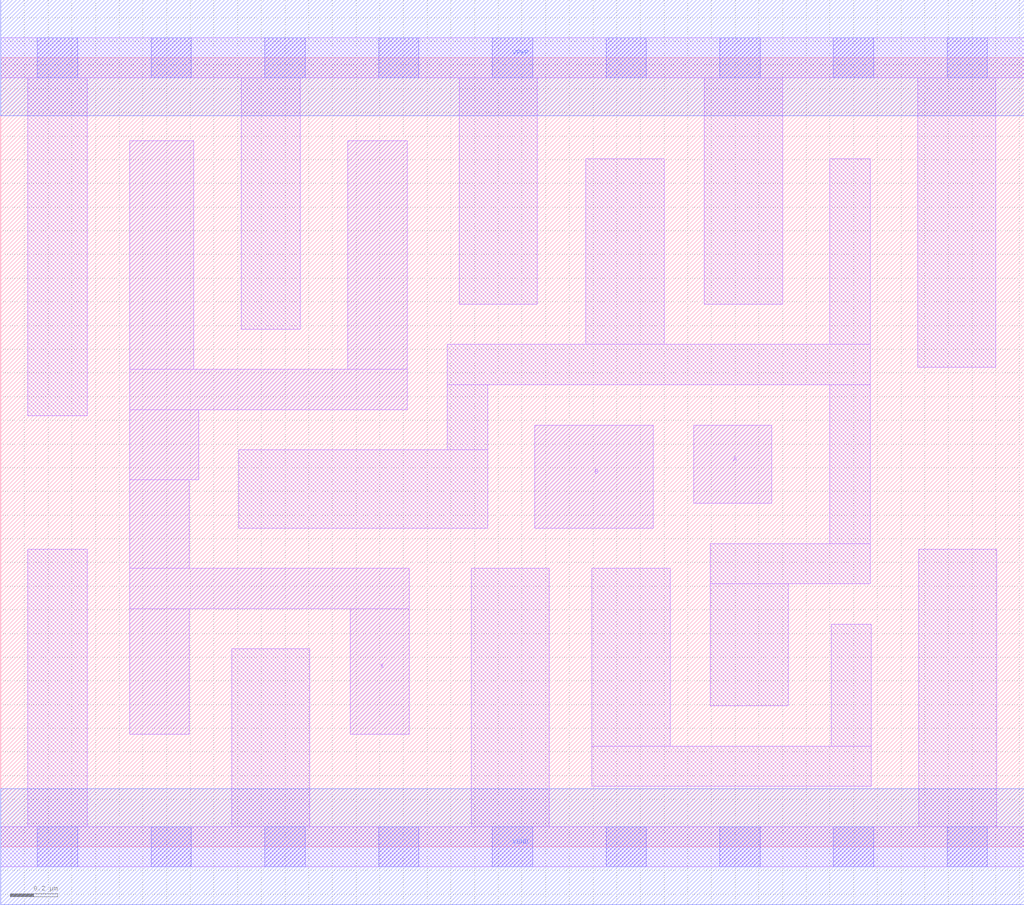
<source format=lef>
# Copyright 2020 The SkyWater PDK Authors
#
# Licensed under the Apache License, Version 2.0 (the "License");
# you may not use this file except in compliance with the License.
# You may obtain a copy of the License at
#
#     https://www.apache.org/licenses/LICENSE-2.0
#
# Unless required by applicable law or agreed to in writing, software
# distributed under the License is distributed on an "AS IS" BASIS,
# WITHOUT WARRANTIES OR CONDITIONS OF ANY KIND, either express or implied.
# See the License for the specific language governing permissions and
# limitations under the License.
#
# SPDX-License-Identifier: Apache-2.0

VERSION 5.7 ;
  NOWIREEXTENSIONATPIN ON ;
  DIVIDERCHAR "/" ;
  BUSBITCHARS "[]" ;
UNITS
  DATABASE MICRONS 200 ;
END UNITS
MACRO sky130_fd_sc_hs__and2_4
  CLASS CORE ;
  FOREIGN sky130_fd_sc_hs__and2_4 ;
  ORIGIN  0.000000  0.000000 ;
  SIZE  4.320000 BY  3.330000 ;
  SYMMETRY X Y ;
  SITE unit ;
  PIN A
    ANTENNAGATEAREA  0.444000 ;
    DIRECTION INPUT ;
    USE SIGNAL ;
    PORT
      LAYER li1 ;
        RECT 2.925000 1.450000 3.255000 1.780000 ;
    END
  END A
  PIN B
    ANTENNAGATEAREA  0.444000 ;
    DIRECTION INPUT ;
    USE SIGNAL ;
    PORT
      LAYER li1 ;
        RECT 2.255000 1.345000 2.755000 1.780000 ;
    END
  END B
  PIN X
    ANTENNADIFFAREA  1.219800 ;
    DIRECTION OUTPUT ;
    USE SIGNAL ;
    PORT
      LAYER li1 ;
        RECT 0.545000 0.475000 0.795000 1.005000 ;
        RECT 0.545000 1.005000 1.725000 1.175000 ;
        RECT 0.545000 1.175000 0.795000 1.550000 ;
        RECT 0.545000 1.550000 0.835000 1.845000 ;
        RECT 0.545000 1.845000 1.715000 2.015000 ;
        RECT 0.545000 2.015000 0.815000 2.980000 ;
        RECT 1.465000 2.015000 1.715000 2.980000 ;
        RECT 1.475000 0.475000 1.725000 1.005000 ;
    END
  END X
  PIN VGND
    DIRECTION INOUT ;
    USE GROUND ;
    PORT
      LAYER met1 ;
        RECT 0.000000 -0.245000 4.320000 0.245000 ;
    END
  END VGND
  PIN VPWR
    DIRECTION INOUT ;
    USE POWER ;
    PORT
      LAYER met1 ;
        RECT 0.000000 3.085000 4.320000 3.575000 ;
    END
  END VPWR
  OBS
    LAYER li1 ;
      RECT 0.000000 -0.085000 4.320000 0.085000 ;
      RECT 0.000000  3.245000 4.320000 3.415000 ;
      RECT 0.115000  0.085000 0.365000 1.255000 ;
      RECT 0.115000  1.820000 0.365000 3.245000 ;
      RECT 0.975000  0.085000 1.305000 0.835000 ;
      RECT 1.005000  1.345000 2.055000 1.675000 ;
      RECT 1.015000  2.185000 1.265000 3.245000 ;
      RECT 1.885000  1.675000 2.055000 1.950000 ;
      RECT 1.885000  1.950000 3.670000 2.120000 ;
      RECT 1.935000  2.290000 2.265000 3.245000 ;
      RECT 1.985000  0.085000 2.315000 1.175000 ;
      RECT 2.470000  2.120000 2.800000 2.905000 ;
      RECT 2.495000  0.255000 3.675000 0.425000 ;
      RECT 2.495000  0.425000 2.825000 1.175000 ;
      RECT 2.970000  2.290000 3.300000 3.245000 ;
      RECT 2.995000  0.595000 3.325000 1.110000 ;
      RECT 2.995000  1.110000 3.670000 1.280000 ;
      RECT 3.500000  1.280000 3.670000 1.950000 ;
      RECT 3.500000  2.120000 3.670000 2.905000 ;
      RECT 3.505000  0.425000 3.675000 0.940000 ;
      RECT 3.870000  2.025000 4.200000 3.245000 ;
      RECT 3.875000  0.085000 4.205000 1.255000 ;
    LAYER mcon ;
      RECT 0.155000 -0.085000 0.325000 0.085000 ;
      RECT 0.155000  3.245000 0.325000 3.415000 ;
      RECT 0.635000 -0.085000 0.805000 0.085000 ;
      RECT 0.635000  3.245000 0.805000 3.415000 ;
      RECT 1.115000 -0.085000 1.285000 0.085000 ;
      RECT 1.115000  3.245000 1.285000 3.415000 ;
      RECT 1.595000 -0.085000 1.765000 0.085000 ;
      RECT 1.595000  3.245000 1.765000 3.415000 ;
      RECT 2.075000 -0.085000 2.245000 0.085000 ;
      RECT 2.075000  3.245000 2.245000 3.415000 ;
      RECT 2.555000 -0.085000 2.725000 0.085000 ;
      RECT 2.555000  3.245000 2.725000 3.415000 ;
      RECT 3.035000 -0.085000 3.205000 0.085000 ;
      RECT 3.035000  3.245000 3.205000 3.415000 ;
      RECT 3.515000 -0.085000 3.685000 0.085000 ;
      RECT 3.515000  3.245000 3.685000 3.415000 ;
      RECT 3.995000 -0.085000 4.165000 0.085000 ;
      RECT 3.995000  3.245000 4.165000 3.415000 ;
  END
END sky130_fd_sc_hs__and2_4
END LIBRARY

</source>
